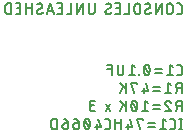
<source format=gbr>
G04 EAGLE Gerber RS-274X export*
G75*
%MOMM*%
%FSLAX34Y34*%
%LPD*%
%INSilkscreen Bottom*%
%IPPOS*%
%AMOC8*
5,1,8,0,0,1.08239X$1,22.5*%
G01*
%ADD10C,0.127000*%


D10*
X160414Y136885D02*
X162389Y136885D01*
X162475Y136887D01*
X162561Y136893D01*
X162647Y136902D01*
X162732Y136915D01*
X162817Y136932D01*
X162900Y136952D01*
X162983Y136976D01*
X163065Y137004D01*
X163145Y137035D01*
X163224Y137070D01*
X163301Y137108D01*
X163377Y137150D01*
X163451Y137194D01*
X163522Y137242D01*
X163592Y137293D01*
X163659Y137347D01*
X163724Y137404D01*
X163786Y137464D01*
X163846Y137526D01*
X163903Y137591D01*
X163957Y137658D01*
X164008Y137728D01*
X164056Y137799D01*
X164100Y137873D01*
X164142Y137949D01*
X164180Y138026D01*
X164215Y138105D01*
X164246Y138185D01*
X164274Y138267D01*
X164298Y138350D01*
X164318Y138433D01*
X164335Y138518D01*
X164348Y138603D01*
X164357Y138689D01*
X164363Y138775D01*
X164365Y138861D01*
X164365Y143799D01*
X164363Y143888D01*
X164357Y143976D01*
X164347Y144064D01*
X164333Y144152D01*
X164315Y144239D01*
X164294Y144325D01*
X164268Y144410D01*
X164239Y144493D01*
X164206Y144576D01*
X164169Y144656D01*
X164129Y144735D01*
X164085Y144812D01*
X164038Y144888D01*
X163988Y144960D01*
X163934Y145031D01*
X163877Y145099D01*
X163817Y145165D01*
X163755Y145227D01*
X163689Y145287D01*
X163621Y145344D01*
X163550Y145398D01*
X163478Y145448D01*
X163403Y145495D01*
X163325Y145539D01*
X163246Y145579D01*
X163166Y145616D01*
X163083Y145649D01*
X163000Y145678D01*
X162915Y145704D01*
X162829Y145725D01*
X162742Y145743D01*
X162654Y145757D01*
X162566Y145767D01*
X162478Y145773D01*
X162389Y145775D01*
X160414Y145775D01*
X156711Y143306D02*
X156711Y139354D01*
X156711Y143306D02*
X156709Y143404D01*
X156703Y143502D01*
X156693Y143600D01*
X156680Y143697D01*
X156662Y143794D01*
X156641Y143890D01*
X156616Y143984D01*
X156587Y144078D01*
X156555Y144171D01*
X156518Y144262D01*
X156479Y144352D01*
X156435Y144440D01*
X156388Y144526D01*
X156338Y144611D01*
X156285Y144693D01*
X156228Y144773D01*
X156168Y144851D01*
X156105Y144926D01*
X156039Y144999D01*
X155970Y145069D01*
X155899Y145136D01*
X155825Y145201D01*
X155748Y145262D01*
X155669Y145321D01*
X155588Y145376D01*
X155505Y145428D01*
X155419Y145476D01*
X155332Y145521D01*
X155243Y145563D01*
X155153Y145601D01*
X155061Y145635D01*
X154968Y145666D01*
X154873Y145693D01*
X154778Y145716D01*
X154681Y145736D01*
X154585Y145751D01*
X154487Y145763D01*
X154389Y145771D01*
X154291Y145775D01*
X154193Y145775D01*
X154095Y145771D01*
X153997Y145763D01*
X153899Y145751D01*
X153803Y145736D01*
X153706Y145716D01*
X153611Y145693D01*
X153516Y145666D01*
X153423Y145635D01*
X153331Y145601D01*
X153241Y145563D01*
X153152Y145521D01*
X153065Y145476D01*
X152979Y145428D01*
X152896Y145376D01*
X152815Y145321D01*
X152736Y145262D01*
X152659Y145201D01*
X152585Y145136D01*
X152514Y145069D01*
X152445Y144999D01*
X152379Y144926D01*
X152316Y144851D01*
X152256Y144773D01*
X152199Y144693D01*
X152146Y144611D01*
X152096Y144526D01*
X152049Y144440D01*
X152005Y144352D01*
X151966Y144262D01*
X151929Y144171D01*
X151897Y144078D01*
X151868Y143984D01*
X151843Y143890D01*
X151822Y143794D01*
X151804Y143697D01*
X151791Y143600D01*
X151781Y143502D01*
X151775Y143404D01*
X151773Y143306D01*
X151772Y143306D02*
X151772Y139354D01*
X151773Y139354D02*
X151775Y139256D01*
X151781Y139158D01*
X151791Y139060D01*
X151804Y138963D01*
X151822Y138866D01*
X151843Y138770D01*
X151868Y138676D01*
X151897Y138582D01*
X151929Y138489D01*
X151966Y138398D01*
X152005Y138308D01*
X152049Y138220D01*
X152096Y138134D01*
X152146Y138049D01*
X152199Y137967D01*
X152256Y137887D01*
X152316Y137809D01*
X152379Y137734D01*
X152445Y137661D01*
X152514Y137591D01*
X152585Y137524D01*
X152659Y137459D01*
X152736Y137398D01*
X152815Y137339D01*
X152896Y137284D01*
X152979Y137232D01*
X153065Y137184D01*
X153152Y137139D01*
X153241Y137097D01*
X153331Y137059D01*
X153423Y137025D01*
X153516Y136994D01*
X153611Y136967D01*
X153706Y136944D01*
X153803Y136924D01*
X153899Y136909D01*
X153997Y136897D01*
X154095Y136889D01*
X154193Y136885D01*
X154291Y136885D01*
X154389Y136889D01*
X154487Y136897D01*
X154585Y136909D01*
X154681Y136924D01*
X154778Y136944D01*
X154873Y136967D01*
X154968Y136994D01*
X155061Y137025D01*
X155153Y137059D01*
X155243Y137097D01*
X155332Y137139D01*
X155419Y137184D01*
X155505Y137232D01*
X155588Y137284D01*
X155669Y137339D01*
X155748Y137398D01*
X155825Y137459D01*
X155899Y137524D01*
X155970Y137591D01*
X156039Y137661D01*
X156105Y137734D01*
X156168Y137809D01*
X156228Y137887D01*
X156285Y137967D01*
X156338Y138049D01*
X156388Y138134D01*
X156435Y138220D01*
X156479Y138308D01*
X156518Y138398D01*
X156555Y138489D01*
X156587Y138582D01*
X156616Y138676D01*
X156641Y138770D01*
X156662Y138866D01*
X156680Y138963D01*
X156693Y139060D01*
X156703Y139158D01*
X156709Y139256D01*
X156711Y139354D01*
X147262Y136885D02*
X147262Y145775D01*
X142323Y136885D01*
X142323Y145775D01*
X135155Y136885D02*
X135069Y136887D01*
X134983Y136893D01*
X134897Y136902D01*
X134812Y136915D01*
X134727Y136932D01*
X134644Y136952D01*
X134561Y136976D01*
X134479Y137004D01*
X134399Y137035D01*
X134320Y137070D01*
X134243Y137108D01*
X134167Y137150D01*
X134093Y137194D01*
X134022Y137242D01*
X133952Y137293D01*
X133885Y137347D01*
X133820Y137404D01*
X133758Y137464D01*
X133698Y137526D01*
X133641Y137591D01*
X133587Y137658D01*
X133536Y137728D01*
X133488Y137799D01*
X133444Y137873D01*
X133402Y137949D01*
X133364Y138026D01*
X133329Y138105D01*
X133298Y138185D01*
X133270Y138267D01*
X133246Y138350D01*
X133226Y138433D01*
X133209Y138518D01*
X133196Y138603D01*
X133187Y138689D01*
X133181Y138775D01*
X133179Y138861D01*
X135155Y136885D02*
X135282Y136887D01*
X135408Y136893D01*
X135535Y136902D01*
X135661Y136916D01*
X135786Y136933D01*
X135911Y136954D01*
X136035Y136979D01*
X136159Y137008D01*
X136281Y137040D01*
X136403Y137076D01*
X136523Y137116D01*
X136642Y137159D01*
X136760Y137206D01*
X136876Y137257D01*
X136991Y137311D01*
X137104Y137368D01*
X137215Y137429D01*
X137324Y137493D01*
X137431Y137561D01*
X137537Y137631D01*
X137640Y137705D01*
X137740Y137782D01*
X137838Y137862D01*
X137934Y137945D01*
X138028Y138031D01*
X138118Y138120D01*
X137872Y143799D02*
X137870Y143885D01*
X137864Y143971D01*
X137855Y144057D01*
X137842Y144142D01*
X137825Y144227D01*
X137805Y144310D01*
X137781Y144393D01*
X137753Y144475D01*
X137722Y144555D01*
X137687Y144634D01*
X137649Y144711D01*
X137607Y144787D01*
X137563Y144861D01*
X137515Y144932D01*
X137464Y145002D01*
X137410Y145069D01*
X137353Y145134D01*
X137293Y145196D01*
X137231Y145256D01*
X137166Y145313D01*
X137099Y145367D01*
X137029Y145418D01*
X136958Y145466D01*
X136884Y145510D01*
X136808Y145552D01*
X136731Y145590D01*
X136652Y145625D01*
X136572Y145656D01*
X136490Y145684D01*
X136407Y145708D01*
X136324Y145728D01*
X136239Y145745D01*
X136154Y145758D01*
X136068Y145767D01*
X135982Y145773D01*
X135896Y145775D01*
X135777Y145773D01*
X135658Y145767D01*
X135539Y145758D01*
X135421Y145744D01*
X135303Y145727D01*
X135185Y145706D01*
X135069Y145681D01*
X134953Y145653D01*
X134838Y145621D01*
X134725Y145585D01*
X134612Y145545D01*
X134501Y145502D01*
X134391Y145456D01*
X134283Y145406D01*
X134177Y145352D01*
X134072Y145295D01*
X133970Y145235D01*
X133869Y145171D01*
X133770Y145104D01*
X133674Y145034D01*
X136883Y142071D02*
X136957Y142116D01*
X137029Y142165D01*
X137099Y142217D01*
X137166Y142272D01*
X137231Y142330D01*
X137293Y142390D01*
X137353Y142453D01*
X137409Y142519D01*
X137463Y142587D01*
X137514Y142657D01*
X137562Y142729D01*
X137607Y142804D01*
X137648Y142880D01*
X137686Y142958D01*
X137721Y143038D01*
X137752Y143119D01*
X137780Y143201D01*
X137804Y143284D01*
X137824Y143368D01*
X137841Y143454D01*
X137854Y143539D01*
X137863Y143626D01*
X137869Y143712D01*
X137871Y143799D01*
X134168Y140589D02*
X134094Y140544D01*
X134022Y140495D01*
X133952Y140443D01*
X133885Y140388D01*
X133820Y140330D01*
X133758Y140270D01*
X133699Y140207D01*
X133642Y140141D01*
X133588Y140073D01*
X133537Y140003D01*
X133489Y139931D01*
X133444Y139856D01*
X133403Y139780D01*
X133365Y139702D01*
X133330Y139622D01*
X133299Y139541D01*
X133271Y139459D01*
X133247Y139376D01*
X133227Y139292D01*
X133210Y139206D01*
X133197Y139121D01*
X133188Y139034D01*
X133182Y138948D01*
X133180Y138861D01*
X134167Y140589D02*
X136884Y142071D01*
X129279Y143306D02*
X129279Y139354D01*
X129279Y143306D02*
X129277Y143404D01*
X129271Y143502D01*
X129261Y143600D01*
X129248Y143697D01*
X129230Y143794D01*
X129209Y143890D01*
X129184Y143984D01*
X129155Y144078D01*
X129123Y144171D01*
X129086Y144262D01*
X129047Y144352D01*
X129003Y144440D01*
X128956Y144526D01*
X128906Y144611D01*
X128853Y144693D01*
X128796Y144773D01*
X128736Y144851D01*
X128673Y144926D01*
X128607Y144999D01*
X128538Y145069D01*
X128467Y145136D01*
X128393Y145201D01*
X128316Y145262D01*
X128237Y145321D01*
X128156Y145376D01*
X128073Y145428D01*
X127987Y145476D01*
X127900Y145521D01*
X127811Y145563D01*
X127721Y145601D01*
X127629Y145635D01*
X127536Y145666D01*
X127441Y145693D01*
X127346Y145716D01*
X127249Y145736D01*
X127153Y145751D01*
X127055Y145763D01*
X126957Y145771D01*
X126859Y145775D01*
X126761Y145775D01*
X126663Y145771D01*
X126565Y145763D01*
X126467Y145751D01*
X126371Y145736D01*
X126274Y145716D01*
X126179Y145693D01*
X126084Y145666D01*
X125991Y145635D01*
X125899Y145601D01*
X125809Y145563D01*
X125720Y145521D01*
X125633Y145476D01*
X125547Y145428D01*
X125464Y145376D01*
X125383Y145321D01*
X125304Y145262D01*
X125227Y145201D01*
X125153Y145136D01*
X125082Y145069D01*
X125013Y144999D01*
X124947Y144926D01*
X124884Y144851D01*
X124824Y144773D01*
X124767Y144693D01*
X124714Y144611D01*
X124664Y144526D01*
X124617Y144440D01*
X124573Y144352D01*
X124534Y144262D01*
X124497Y144171D01*
X124465Y144078D01*
X124436Y143984D01*
X124411Y143890D01*
X124390Y143794D01*
X124372Y143697D01*
X124359Y143600D01*
X124349Y143502D01*
X124343Y143404D01*
X124341Y143306D01*
X124340Y143306D02*
X124340Y139354D01*
X124341Y139354D02*
X124343Y139256D01*
X124349Y139158D01*
X124359Y139060D01*
X124372Y138963D01*
X124390Y138866D01*
X124411Y138770D01*
X124436Y138676D01*
X124465Y138582D01*
X124497Y138489D01*
X124534Y138398D01*
X124573Y138308D01*
X124617Y138220D01*
X124664Y138134D01*
X124714Y138049D01*
X124767Y137967D01*
X124824Y137887D01*
X124884Y137809D01*
X124947Y137734D01*
X125013Y137661D01*
X125082Y137591D01*
X125153Y137524D01*
X125227Y137459D01*
X125304Y137398D01*
X125383Y137339D01*
X125464Y137284D01*
X125547Y137232D01*
X125633Y137184D01*
X125720Y137139D01*
X125809Y137097D01*
X125899Y137059D01*
X125991Y137025D01*
X126084Y136994D01*
X126179Y136967D01*
X126274Y136944D01*
X126371Y136924D01*
X126467Y136909D01*
X126565Y136897D01*
X126663Y136889D01*
X126761Y136885D01*
X126859Y136885D01*
X126957Y136889D01*
X127055Y136897D01*
X127153Y136909D01*
X127249Y136924D01*
X127346Y136944D01*
X127441Y136967D01*
X127536Y136994D01*
X127629Y137025D01*
X127721Y137059D01*
X127811Y137097D01*
X127900Y137139D01*
X127987Y137184D01*
X128073Y137232D01*
X128156Y137284D01*
X128237Y137339D01*
X128316Y137398D01*
X128393Y137459D01*
X128467Y137524D01*
X128538Y137591D01*
X128607Y137661D01*
X128673Y137734D01*
X128736Y137809D01*
X128796Y137887D01*
X128853Y137967D01*
X128906Y138049D01*
X128956Y138134D01*
X129003Y138220D01*
X129047Y138308D01*
X129086Y138398D01*
X129123Y138489D01*
X129155Y138582D01*
X129184Y138676D01*
X129209Y138770D01*
X129230Y138866D01*
X129248Y138963D01*
X129261Y139060D01*
X129271Y139158D01*
X129277Y139256D01*
X129279Y139354D01*
X119807Y136885D02*
X119807Y145775D01*
X119807Y136885D02*
X115856Y136885D01*
X111882Y136885D02*
X107931Y136885D01*
X111882Y136885D02*
X111882Y145775D01*
X107931Y145775D01*
X108919Y141824D02*
X111882Y141824D01*
X101627Y136885D02*
X101541Y136887D01*
X101455Y136893D01*
X101369Y136902D01*
X101284Y136915D01*
X101199Y136932D01*
X101116Y136952D01*
X101033Y136976D01*
X100951Y137004D01*
X100871Y137035D01*
X100792Y137070D01*
X100715Y137108D01*
X100639Y137150D01*
X100565Y137194D01*
X100494Y137242D01*
X100424Y137293D01*
X100357Y137347D01*
X100292Y137404D01*
X100230Y137464D01*
X100170Y137526D01*
X100113Y137591D01*
X100059Y137658D01*
X100008Y137728D01*
X99960Y137799D01*
X99916Y137873D01*
X99874Y137949D01*
X99836Y138026D01*
X99801Y138105D01*
X99770Y138185D01*
X99742Y138267D01*
X99718Y138350D01*
X99698Y138433D01*
X99681Y138518D01*
X99668Y138603D01*
X99659Y138689D01*
X99653Y138775D01*
X99651Y138861D01*
X101627Y136885D02*
X101754Y136887D01*
X101880Y136893D01*
X102007Y136902D01*
X102133Y136916D01*
X102258Y136933D01*
X102383Y136954D01*
X102507Y136979D01*
X102631Y137008D01*
X102753Y137040D01*
X102875Y137076D01*
X102995Y137116D01*
X103114Y137159D01*
X103232Y137206D01*
X103348Y137257D01*
X103463Y137311D01*
X103576Y137368D01*
X103687Y137429D01*
X103796Y137493D01*
X103903Y137561D01*
X104009Y137631D01*
X104112Y137705D01*
X104212Y137782D01*
X104310Y137862D01*
X104406Y137945D01*
X104500Y138031D01*
X104590Y138120D01*
X104344Y143799D02*
X104342Y143885D01*
X104336Y143971D01*
X104327Y144057D01*
X104314Y144142D01*
X104297Y144227D01*
X104277Y144310D01*
X104253Y144393D01*
X104225Y144475D01*
X104194Y144555D01*
X104159Y144634D01*
X104121Y144711D01*
X104079Y144787D01*
X104035Y144861D01*
X103987Y144932D01*
X103936Y145002D01*
X103882Y145069D01*
X103825Y145134D01*
X103765Y145196D01*
X103703Y145256D01*
X103638Y145313D01*
X103571Y145367D01*
X103501Y145418D01*
X103430Y145466D01*
X103356Y145510D01*
X103280Y145552D01*
X103203Y145590D01*
X103124Y145625D01*
X103044Y145656D01*
X102962Y145684D01*
X102879Y145708D01*
X102796Y145728D01*
X102711Y145745D01*
X102626Y145758D01*
X102540Y145767D01*
X102454Y145773D01*
X102368Y145775D01*
X102249Y145773D01*
X102130Y145767D01*
X102011Y145758D01*
X101893Y145744D01*
X101775Y145727D01*
X101657Y145706D01*
X101541Y145681D01*
X101425Y145653D01*
X101310Y145621D01*
X101197Y145585D01*
X101084Y145545D01*
X100973Y145502D01*
X100863Y145456D01*
X100755Y145406D01*
X100649Y145352D01*
X100544Y145295D01*
X100442Y145235D01*
X100341Y145171D01*
X100242Y145104D01*
X100146Y145034D01*
X103355Y142071D02*
X103429Y142116D01*
X103501Y142165D01*
X103571Y142217D01*
X103638Y142272D01*
X103703Y142330D01*
X103765Y142390D01*
X103825Y142453D01*
X103881Y142519D01*
X103935Y142587D01*
X103986Y142657D01*
X104034Y142729D01*
X104079Y142804D01*
X104120Y142880D01*
X104158Y142958D01*
X104193Y143038D01*
X104224Y143119D01*
X104252Y143201D01*
X104276Y143284D01*
X104296Y143368D01*
X104313Y143454D01*
X104326Y143539D01*
X104335Y143626D01*
X104341Y143712D01*
X104343Y143799D01*
X100640Y140589D02*
X100566Y140544D01*
X100494Y140495D01*
X100424Y140443D01*
X100357Y140388D01*
X100292Y140330D01*
X100230Y140270D01*
X100171Y140207D01*
X100114Y140141D01*
X100060Y140073D01*
X100009Y140003D01*
X99961Y139931D01*
X99916Y139856D01*
X99875Y139780D01*
X99837Y139702D01*
X99802Y139622D01*
X99771Y139541D01*
X99743Y139459D01*
X99719Y139376D01*
X99699Y139292D01*
X99682Y139206D01*
X99669Y139121D01*
X99660Y139034D01*
X99654Y138948D01*
X99652Y138861D01*
X100639Y140589D02*
X103356Y142071D01*
X90570Y139354D02*
X90570Y145775D01*
X90569Y139354D02*
X90567Y139256D01*
X90561Y139158D01*
X90551Y139060D01*
X90538Y138963D01*
X90520Y138866D01*
X90499Y138770D01*
X90474Y138676D01*
X90445Y138582D01*
X90413Y138489D01*
X90376Y138398D01*
X90337Y138308D01*
X90293Y138220D01*
X90246Y138134D01*
X90196Y138049D01*
X90143Y137967D01*
X90086Y137887D01*
X90026Y137809D01*
X89963Y137734D01*
X89897Y137661D01*
X89828Y137591D01*
X89757Y137524D01*
X89683Y137459D01*
X89606Y137398D01*
X89527Y137339D01*
X89446Y137284D01*
X89363Y137232D01*
X89277Y137184D01*
X89190Y137139D01*
X89101Y137097D01*
X89011Y137059D01*
X88919Y137025D01*
X88826Y136994D01*
X88731Y136967D01*
X88636Y136944D01*
X88539Y136924D01*
X88443Y136909D01*
X88345Y136897D01*
X88247Y136889D01*
X88149Y136885D01*
X88051Y136885D01*
X87953Y136889D01*
X87855Y136897D01*
X87757Y136909D01*
X87661Y136924D01*
X87564Y136944D01*
X87469Y136967D01*
X87374Y136994D01*
X87281Y137025D01*
X87189Y137059D01*
X87099Y137097D01*
X87010Y137139D01*
X86923Y137184D01*
X86837Y137232D01*
X86754Y137284D01*
X86673Y137339D01*
X86594Y137398D01*
X86517Y137459D01*
X86443Y137524D01*
X86372Y137591D01*
X86303Y137661D01*
X86237Y137734D01*
X86174Y137809D01*
X86114Y137887D01*
X86057Y137967D01*
X86004Y138049D01*
X85954Y138134D01*
X85907Y138220D01*
X85863Y138308D01*
X85824Y138398D01*
X85787Y138489D01*
X85755Y138582D01*
X85726Y138676D01*
X85701Y138770D01*
X85680Y138866D01*
X85662Y138963D01*
X85649Y139060D01*
X85639Y139158D01*
X85633Y139256D01*
X85631Y139354D01*
X85631Y145775D01*
X80816Y145775D02*
X80816Y136885D01*
X75877Y136885D02*
X80816Y145775D01*
X75877Y145775D02*
X75877Y136885D01*
X71039Y136885D02*
X71039Y145775D01*
X71039Y136885D02*
X67088Y136885D01*
X63115Y136885D02*
X59164Y136885D01*
X63115Y136885D02*
X63115Y145775D01*
X59164Y145775D01*
X60151Y141824D02*
X63115Y141824D01*
X56012Y136885D02*
X53048Y145775D01*
X50085Y136885D01*
X50826Y139108D02*
X55271Y139108D01*
X43715Y136885D02*
X43629Y136887D01*
X43543Y136893D01*
X43457Y136902D01*
X43372Y136915D01*
X43287Y136932D01*
X43204Y136952D01*
X43121Y136976D01*
X43039Y137004D01*
X42959Y137035D01*
X42880Y137070D01*
X42803Y137108D01*
X42727Y137150D01*
X42653Y137194D01*
X42582Y137242D01*
X42512Y137293D01*
X42445Y137347D01*
X42380Y137404D01*
X42318Y137464D01*
X42258Y137526D01*
X42201Y137591D01*
X42147Y137658D01*
X42096Y137728D01*
X42048Y137799D01*
X42004Y137873D01*
X41962Y137949D01*
X41924Y138026D01*
X41889Y138105D01*
X41858Y138185D01*
X41830Y138267D01*
X41806Y138350D01*
X41786Y138433D01*
X41769Y138518D01*
X41756Y138603D01*
X41747Y138689D01*
X41741Y138775D01*
X41739Y138861D01*
X43715Y136885D02*
X43842Y136887D01*
X43968Y136893D01*
X44095Y136902D01*
X44221Y136916D01*
X44346Y136933D01*
X44471Y136954D01*
X44595Y136979D01*
X44719Y137008D01*
X44841Y137040D01*
X44963Y137076D01*
X45083Y137116D01*
X45202Y137159D01*
X45320Y137206D01*
X45436Y137257D01*
X45551Y137311D01*
X45664Y137368D01*
X45775Y137429D01*
X45884Y137493D01*
X45991Y137561D01*
X46097Y137631D01*
X46200Y137705D01*
X46300Y137782D01*
X46398Y137862D01*
X46494Y137945D01*
X46588Y138031D01*
X46678Y138120D01*
X46432Y143799D02*
X46430Y143885D01*
X46424Y143971D01*
X46415Y144057D01*
X46402Y144142D01*
X46385Y144227D01*
X46365Y144310D01*
X46341Y144393D01*
X46313Y144475D01*
X46282Y144555D01*
X46247Y144634D01*
X46209Y144711D01*
X46167Y144787D01*
X46123Y144861D01*
X46075Y144932D01*
X46024Y145002D01*
X45970Y145069D01*
X45913Y145134D01*
X45853Y145196D01*
X45791Y145256D01*
X45726Y145313D01*
X45659Y145367D01*
X45589Y145418D01*
X45518Y145466D01*
X45444Y145510D01*
X45368Y145552D01*
X45291Y145590D01*
X45212Y145625D01*
X45132Y145656D01*
X45050Y145684D01*
X44967Y145708D01*
X44884Y145728D01*
X44799Y145745D01*
X44714Y145758D01*
X44628Y145767D01*
X44542Y145773D01*
X44456Y145775D01*
X44337Y145773D01*
X44218Y145767D01*
X44099Y145758D01*
X43981Y145744D01*
X43863Y145727D01*
X43745Y145706D01*
X43629Y145681D01*
X43513Y145653D01*
X43398Y145621D01*
X43285Y145585D01*
X43172Y145545D01*
X43061Y145502D01*
X42951Y145456D01*
X42843Y145406D01*
X42737Y145352D01*
X42632Y145295D01*
X42530Y145235D01*
X42429Y145171D01*
X42330Y145104D01*
X42234Y145034D01*
X45443Y142071D02*
X45517Y142116D01*
X45589Y142165D01*
X45659Y142217D01*
X45726Y142272D01*
X45791Y142330D01*
X45853Y142390D01*
X45913Y142453D01*
X45969Y142519D01*
X46023Y142587D01*
X46074Y142657D01*
X46122Y142729D01*
X46167Y142804D01*
X46208Y142880D01*
X46246Y142958D01*
X46281Y143038D01*
X46312Y143119D01*
X46340Y143201D01*
X46364Y143284D01*
X46384Y143368D01*
X46401Y143454D01*
X46414Y143539D01*
X46423Y143626D01*
X46429Y143712D01*
X46431Y143799D01*
X42728Y140589D02*
X42654Y140544D01*
X42582Y140495D01*
X42512Y140443D01*
X42445Y140388D01*
X42380Y140330D01*
X42318Y140270D01*
X42259Y140207D01*
X42202Y140141D01*
X42148Y140073D01*
X42097Y140003D01*
X42049Y139931D01*
X42004Y139856D01*
X41963Y139780D01*
X41925Y139702D01*
X41890Y139622D01*
X41859Y139541D01*
X41831Y139459D01*
X41807Y139376D01*
X41787Y139292D01*
X41770Y139206D01*
X41757Y139121D01*
X41748Y139034D01*
X41742Y138948D01*
X41740Y138861D01*
X42728Y140589D02*
X45444Y142071D01*
X37535Y145775D02*
X37535Y136885D01*
X37535Y141824D02*
X32596Y141824D01*
X32596Y145775D02*
X32596Y136885D01*
X27758Y136885D02*
X23807Y136885D01*
X27758Y136885D02*
X27758Y145775D01*
X23807Y145775D01*
X24795Y141824D02*
X27758Y141824D01*
X19856Y145775D02*
X19856Y136885D01*
X19856Y145775D02*
X17387Y145775D01*
X17290Y145773D01*
X17193Y145767D01*
X17097Y145758D01*
X17001Y145745D01*
X16905Y145728D01*
X16811Y145707D01*
X16717Y145682D01*
X16624Y145654D01*
X16532Y145622D01*
X16442Y145587D01*
X16353Y145548D01*
X16266Y145506D01*
X16181Y145460D01*
X16097Y145411D01*
X16015Y145359D01*
X15936Y145303D01*
X15858Y145245D01*
X15784Y145183D01*
X15711Y145119D01*
X15641Y145052D01*
X15574Y144982D01*
X15510Y144909D01*
X15448Y144835D01*
X15390Y144757D01*
X15334Y144678D01*
X15282Y144596D01*
X15233Y144512D01*
X15187Y144427D01*
X15145Y144340D01*
X15106Y144251D01*
X15071Y144161D01*
X15039Y144069D01*
X15011Y143976D01*
X14986Y143882D01*
X14965Y143788D01*
X14948Y143692D01*
X14935Y143596D01*
X14926Y143500D01*
X14920Y143403D01*
X14918Y143306D01*
X14917Y143306D02*
X14917Y139354D01*
X14918Y139354D02*
X14920Y139257D01*
X14926Y139160D01*
X14935Y139064D01*
X14948Y138968D01*
X14965Y138872D01*
X14986Y138778D01*
X15011Y138684D01*
X15039Y138591D01*
X15071Y138499D01*
X15106Y138409D01*
X15145Y138320D01*
X15187Y138233D01*
X15233Y138148D01*
X15282Y138064D01*
X15334Y137982D01*
X15390Y137903D01*
X15448Y137825D01*
X15510Y137751D01*
X15574Y137678D01*
X15641Y137608D01*
X15711Y137541D01*
X15784Y137477D01*
X15858Y137415D01*
X15936Y137357D01*
X16015Y137301D01*
X16097Y137249D01*
X16181Y137200D01*
X16266Y137154D01*
X16353Y137112D01*
X16442Y137073D01*
X16532Y137038D01*
X16624Y137006D01*
X16717Y136978D01*
X16811Y136953D01*
X16905Y136932D01*
X17001Y136915D01*
X17097Y136902D01*
X17193Y136893D01*
X17290Y136887D01*
X17387Y136885D01*
X19856Y136885D01*
X160414Y85105D02*
X162389Y85105D01*
X162475Y85107D01*
X162561Y85113D01*
X162647Y85122D01*
X162732Y85135D01*
X162817Y85152D01*
X162900Y85172D01*
X162983Y85196D01*
X163065Y85224D01*
X163145Y85255D01*
X163224Y85290D01*
X163301Y85328D01*
X163377Y85370D01*
X163451Y85414D01*
X163522Y85462D01*
X163592Y85513D01*
X163659Y85567D01*
X163724Y85624D01*
X163786Y85684D01*
X163846Y85746D01*
X163903Y85811D01*
X163957Y85878D01*
X164008Y85948D01*
X164056Y86019D01*
X164100Y86093D01*
X164142Y86169D01*
X164180Y86246D01*
X164215Y86325D01*
X164246Y86405D01*
X164274Y86487D01*
X164298Y86570D01*
X164318Y86653D01*
X164335Y86738D01*
X164348Y86823D01*
X164357Y86909D01*
X164363Y86995D01*
X164365Y87081D01*
X164365Y92019D01*
X164363Y92108D01*
X164357Y92196D01*
X164347Y92284D01*
X164333Y92372D01*
X164315Y92459D01*
X164294Y92545D01*
X164268Y92630D01*
X164239Y92713D01*
X164206Y92796D01*
X164169Y92876D01*
X164129Y92955D01*
X164085Y93032D01*
X164038Y93108D01*
X163988Y93180D01*
X163934Y93251D01*
X163877Y93319D01*
X163817Y93385D01*
X163755Y93447D01*
X163689Y93507D01*
X163621Y93564D01*
X163550Y93618D01*
X163478Y93668D01*
X163403Y93715D01*
X163325Y93759D01*
X163246Y93799D01*
X163166Y93836D01*
X163083Y93869D01*
X163000Y93898D01*
X162915Y93924D01*
X162829Y93945D01*
X162742Y93963D01*
X162654Y93977D01*
X162566Y93987D01*
X162478Y93993D01*
X162389Y93995D01*
X160414Y93995D01*
X156711Y92019D02*
X154242Y93995D01*
X154242Y85105D01*
X156711Y85105D02*
X151772Y85105D01*
X147451Y87081D02*
X141525Y87081D01*
X141525Y90044D02*
X147451Y90044D01*
X137204Y89550D02*
X137202Y89725D01*
X137196Y89900D01*
X137185Y90074D01*
X137171Y90249D01*
X137152Y90422D01*
X137129Y90596D01*
X137102Y90769D01*
X137071Y90941D01*
X137036Y91112D01*
X136996Y91282D01*
X136953Y91452D01*
X136905Y91620D01*
X136854Y91787D01*
X136799Y91953D01*
X136739Y92118D01*
X136676Y92281D01*
X136609Y92442D01*
X136538Y92602D01*
X136463Y92760D01*
X136462Y92761D02*
X136433Y92839D01*
X136401Y92917D01*
X136364Y92992D01*
X136325Y93066D01*
X136282Y93138D01*
X136236Y93209D01*
X136186Y93276D01*
X136134Y93342D01*
X136079Y93405D01*
X136020Y93465D01*
X135959Y93523D01*
X135896Y93578D01*
X135830Y93630D01*
X135761Y93679D01*
X135691Y93724D01*
X135619Y93767D01*
X135544Y93806D01*
X135468Y93841D01*
X135391Y93873D01*
X135312Y93901D01*
X135231Y93926D01*
X135150Y93947D01*
X135068Y93964D01*
X134985Y93978D01*
X134902Y93987D01*
X134818Y93993D01*
X134734Y93995D01*
X134650Y93993D01*
X134566Y93987D01*
X134483Y93978D01*
X134400Y93964D01*
X134318Y93947D01*
X134237Y93926D01*
X134156Y93901D01*
X134077Y93873D01*
X134000Y93841D01*
X133924Y93806D01*
X133849Y93767D01*
X133777Y93724D01*
X133706Y93679D01*
X133638Y93630D01*
X133572Y93578D01*
X133509Y93523D01*
X133448Y93465D01*
X133389Y93405D01*
X133334Y93342D01*
X133282Y93276D01*
X133232Y93209D01*
X133186Y93138D01*
X133143Y93066D01*
X133104Y92992D01*
X133067Y92917D01*
X133035Y92839D01*
X133006Y92761D01*
X133006Y92760D02*
X132931Y92602D01*
X132860Y92442D01*
X132793Y92281D01*
X132730Y92118D01*
X132670Y91953D01*
X132615Y91787D01*
X132564Y91620D01*
X132516Y91452D01*
X132473Y91282D01*
X132433Y91112D01*
X132398Y90941D01*
X132367Y90769D01*
X132340Y90596D01*
X132317Y90422D01*
X132298Y90249D01*
X132284Y90074D01*
X132273Y89900D01*
X132267Y89725D01*
X132265Y89550D01*
X137204Y89550D02*
X137202Y89375D01*
X137196Y89200D01*
X137185Y89026D01*
X137171Y88851D01*
X137152Y88678D01*
X137129Y88504D01*
X137102Y88331D01*
X137071Y88159D01*
X137036Y87988D01*
X136996Y87818D01*
X136953Y87648D01*
X136905Y87480D01*
X136854Y87313D01*
X136799Y87147D01*
X136739Y86982D01*
X136676Y86819D01*
X136609Y86658D01*
X136538Y86498D01*
X136463Y86340D01*
X136462Y86339D02*
X136433Y86261D01*
X136401Y86183D01*
X136364Y86108D01*
X136325Y86034D01*
X136282Y85961D01*
X136236Y85891D01*
X136186Y85824D01*
X136134Y85758D01*
X136078Y85695D01*
X136020Y85635D01*
X135959Y85577D01*
X135896Y85522D01*
X135830Y85470D01*
X135761Y85421D01*
X135691Y85376D01*
X135619Y85333D01*
X135544Y85294D01*
X135468Y85259D01*
X135391Y85227D01*
X135312Y85199D01*
X135231Y85174D01*
X135150Y85153D01*
X135068Y85136D01*
X134985Y85122D01*
X134902Y85113D01*
X134818Y85107D01*
X134734Y85105D01*
X133006Y86340D02*
X132931Y86498D01*
X132860Y86658D01*
X132793Y86819D01*
X132730Y86982D01*
X132670Y87147D01*
X132615Y87313D01*
X132564Y87480D01*
X132516Y87648D01*
X132473Y87818D01*
X132433Y87988D01*
X132398Y88159D01*
X132367Y88331D01*
X132340Y88504D01*
X132317Y88678D01*
X132298Y88851D01*
X132284Y89026D01*
X132273Y89200D01*
X132267Y89375D01*
X132265Y89550D01*
X133006Y86339D02*
X133035Y86261D01*
X133067Y86183D01*
X133104Y86108D01*
X133143Y86034D01*
X133186Y85961D01*
X133232Y85891D01*
X133282Y85824D01*
X133334Y85758D01*
X133390Y85695D01*
X133448Y85635D01*
X133509Y85577D01*
X133572Y85522D01*
X133638Y85470D01*
X133707Y85421D01*
X133777Y85376D01*
X133849Y85333D01*
X133924Y85294D01*
X134000Y85259D01*
X134077Y85227D01*
X134156Y85199D01*
X134237Y85174D01*
X134318Y85153D01*
X134400Y85136D01*
X134483Y85122D01*
X134566Y85113D01*
X134650Y85107D01*
X134734Y85105D01*
X136710Y87081D02*
X132759Y92019D01*
X128581Y85599D02*
X128581Y85105D01*
X128581Y85599D02*
X128087Y85599D01*
X128087Y85105D01*
X128581Y85105D01*
X124402Y92019D02*
X121933Y93995D01*
X121933Y85105D01*
X124402Y85105D02*
X119463Y85105D01*
X114954Y87574D02*
X114954Y93995D01*
X114953Y87574D02*
X114951Y87476D01*
X114945Y87378D01*
X114935Y87280D01*
X114922Y87183D01*
X114904Y87086D01*
X114883Y86990D01*
X114858Y86896D01*
X114829Y86802D01*
X114797Y86709D01*
X114760Y86618D01*
X114721Y86528D01*
X114677Y86440D01*
X114630Y86354D01*
X114580Y86269D01*
X114527Y86187D01*
X114470Y86107D01*
X114410Y86029D01*
X114347Y85954D01*
X114281Y85881D01*
X114212Y85811D01*
X114141Y85744D01*
X114067Y85679D01*
X113990Y85618D01*
X113911Y85559D01*
X113830Y85504D01*
X113747Y85452D01*
X113661Y85404D01*
X113574Y85359D01*
X113485Y85317D01*
X113395Y85279D01*
X113303Y85245D01*
X113210Y85214D01*
X113115Y85187D01*
X113020Y85164D01*
X112923Y85144D01*
X112827Y85129D01*
X112729Y85117D01*
X112631Y85109D01*
X112533Y85105D01*
X112435Y85105D01*
X112337Y85109D01*
X112239Y85117D01*
X112141Y85129D01*
X112045Y85144D01*
X111948Y85164D01*
X111853Y85187D01*
X111758Y85214D01*
X111665Y85245D01*
X111573Y85279D01*
X111483Y85317D01*
X111394Y85359D01*
X111307Y85404D01*
X111221Y85452D01*
X111138Y85504D01*
X111057Y85559D01*
X110978Y85618D01*
X110901Y85679D01*
X110827Y85744D01*
X110756Y85811D01*
X110687Y85881D01*
X110621Y85954D01*
X110558Y86029D01*
X110498Y86107D01*
X110441Y86187D01*
X110388Y86269D01*
X110338Y86354D01*
X110291Y86440D01*
X110247Y86528D01*
X110208Y86618D01*
X110171Y86709D01*
X110139Y86802D01*
X110110Y86896D01*
X110085Y86990D01*
X110064Y87086D01*
X110046Y87183D01*
X110033Y87280D01*
X110023Y87378D01*
X110017Y87476D01*
X110015Y87574D01*
X110015Y93995D01*
X105177Y93995D02*
X105177Y85105D01*
X105177Y93995D02*
X101226Y93995D01*
X101226Y90044D02*
X105177Y90044D01*
X164365Y78755D02*
X164365Y69865D01*
X164365Y78755D02*
X161896Y78755D01*
X161798Y78753D01*
X161700Y78747D01*
X161602Y78737D01*
X161505Y78724D01*
X161408Y78706D01*
X161312Y78685D01*
X161218Y78660D01*
X161124Y78631D01*
X161031Y78599D01*
X160940Y78562D01*
X160850Y78523D01*
X160762Y78479D01*
X160676Y78432D01*
X160591Y78382D01*
X160509Y78329D01*
X160429Y78272D01*
X160351Y78212D01*
X160276Y78149D01*
X160203Y78083D01*
X160133Y78014D01*
X160066Y77943D01*
X160001Y77869D01*
X159940Y77792D01*
X159881Y77713D01*
X159826Y77632D01*
X159774Y77549D01*
X159726Y77463D01*
X159681Y77376D01*
X159639Y77287D01*
X159601Y77197D01*
X159567Y77105D01*
X159536Y77012D01*
X159509Y76917D01*
X159486Y76822D01*
X159466Y76725D01*
X159451Y76629D01*
X159439Y76531D01*
X159431Y76433D01*
X159427Y76335D01*
X159427Y76237D01*
X159431Y76139D01*
X159439Y76041D01*
X159451Y75943D01*
X159466Y75847D01*
X159486Y75750D01*
X159509Y75655D01*
X159536Y75560D01*
X159567Y75467D01*
X159601Y75375D01*
X159639Y75285D01*
X159681Y75196D01*
X159726Y75109D01*
X159774Y75023D01*
X159826Y74940D01*
X159881Y74859D01*
X159940Y74780D01*
X160001Y74703D01*
X160066Y74629D01*
X160133Y74558D01*
X160203Y74489D01*
X160276Y74423D01*
X160351Y74360D01*
X160429Y74300D01*
X160509Y74243D01*
X160591Y74190D01*
X160676Y74140D01*
X160762Y74093D01*
X160850Y74049D01*
X160940Y74010D01*
X161031Y73973D01*
X161124Y73941D01*
X161218Y73912D01*
X161312Y73887D01*
X161408Y73866D01*
X161505Y73848D01*
X161602Y73835D01*
X161700Y73825D01*
X161798Y73819D01*
X161896Y73817D01*
X161896Y73816D02*
X164365Y73816D01*
X161402Y73816D02*
X159426Y69865D01*
X155296Y76779D02*
X152827Y78755D01*
X152827Y69865D01*
X155296Y69865D02*
X150358Y69865D01*
X146037Y71841D02*
X140110Y71841D01*
X140110Y74804D02*
X146037Y74804D01*
X135789Y71841D02*
X133814Y78755D01*
X135789Y71841D02*
X130850Y71841D01*
X132332Y73816D02*
X132332Y69865D01*
X126645Y77767D02*
X126645Y78755D01*
X121706Y78755D01*
X124176Y69865D01*
X117023Y69865D02*
X117023Y78755D01*
X112084Y78755D02*
X117023Y73322D01*
X115047Y75298D02*
X112084Y69865D01*
X164365Y63515D02*
X164365Y54625D01*
X164365Y63515D02*
X161896Y63515D01*
X161798Y63513D01*
X161700Y63507D01*
X161602Y63497D01*
X161505Y63484D01*
X161408Y63466D01*
X161312Y63445D01*
X161218Y63420D01*
X161124Y63391D01*
X161031Y63359D01*
X160940Y63322D01*
X160850Y63283D01*
X160762Y63239D01*
X160676Y63192D01*
X160591Y63142D01*
X160509Y63089D01*
X160429Y63032D01*
X160351Y62972D01*
X160276Y62909D01*
X160203Y62843D01*
X160133Y62774D01*
X160066Y62703D01*
X160001Y62629D01*
X159940Y62552D01*
X159881Y62473D01*
X159826Y62392D01*
X159774Y62309D01*
X159726Y62223D01*
X159681Y62136D01*
X159639Y62047D01*
X159601Y61957D01*
X159567Y61865D01*
X159536Y61772D01*
X159509Y61677D01*
X159486Y61582D01*
X159466Y61485D01*
X159451Y61389D01*
X159439Y61291D01*
X159431Y61193D01*
X159427Y61095D01*
X159427Y60997D01*
X159431Y60899D01*
X159439Y60801D01*
X159451Y60703D01*
X159466Y60607D01*
X159486Y60510D01*
X159509Y60415D01*
X159536Y60320D01*
X159567Y60227D01*
X159601Y60135D01*
X159639Y60045D01*
X159681Y59956D01*
X159726Y59869D01*
X159774Y59783D01*
X159826Y59700D01*
X159881Y59619D01*
X159940Y59540D01*
X160001Y59463D01*
X160066Y59389D01*
X160133Y59318D01*
X160203Y59249D01*
X160276Y59183D01*
X160351Y59120D01*
X160429Y59060D01*
X160509Y59003D01*
X160591Y58950D01*
X160676Y58900D01*
X160762Y58853D01*
X160850Y58809D01*
X160940Y58770D01*
X161031Y58733D01*
X161124Y58701D01*
X161218Y58672D01*
X161312Y58647D01*
X161408Y58626D01*
X161505Y58608D01*
X161602Y58595D01*
X161700Y58585D01*
X161798Y58579D01*
X161896Y58577D01*
X161896Y58576D02*
X164365Y58576D01*
X161402Y58576D02*
X159426Y54625D01*
X152580Y63516D02*
X152488Y63514D01*
X152396Y63508D01*
X152305Y63499D01*
X152214Y63486D01*
X152124Y63469D01*
X152034Y63448D01*
X151946Y63424D01*
X151858Y63396D01*
X151772Y63364D01*
X151687Y63329D01*
X151604Y63290D01*
X151522Y63248D01*
X151442Y63203D01*
X151364Y63154D01*
X151288Y63102D01*
X151215Y63047D01*
X151143Y62989D01*
X151074Y62929D01*
X151008Y62865D01*
X150944Y62799D01*
X150884Y62730D01*
X150826Y62658D01*
X150771Y62585D01*
X150719Y62509D01*
X150670Y62431D01*
X150625Y62351D01*
X150583Y62269D01*
X150544Y62186D01*
X150509Y62101D01*
X150477Y62015D01*
X150449Y61927D01*
X150425Y61839D01*
X150404Y61749D01*
X150387Y61659D01*
X150374Y61568D01*
X150365Y61477D01*
X150359Y61385D01*
X150357Y61293D01*
X152580Y63515D02*
X152686Y63513D01*
X152791Y63507D01*
X152896Y63497D01*
X153001Y63484D01*
X153105Y63466D01*
X153208Y63445D01*
X153311Y63420D01*
X153413Y63391D01*
X153513Y63358D01*
X153612Y63322D01*
X153710Y63282D01*
X153806Y63238D01*
X153901Y63191D01*
X153993Y63141D01*
X154084Y63087D01*
X154173Y63029D01*
X154259Y62969D01*
X154343Y62905D01*
X154425Y62839D01*
X154505Y62769D01*
X154581Y62696D01*
X154655Y62621D01*
X154726Y62543D01*
X154794Y62462D01*
X154860Y62379D01*
X154922Y62293D01*
X154980Y62206D01*
X155036Y62116D01*
X155088Y62024D01*
X155137Y61930D01*
X155182Y61835D01*
X155224Y61738D01*
X155262Y61639D01*
X155296Y61540D01*
X151099Y59564D02*
X151030Y59633D01*
X150964Y59703D01*
X150901Y59777D01*
X150842Y59853D01*
X150785Y59931D01*
X150731Y60011D01*
X150681Y60094D01*
X150634Y60178D01*
X150591Y60265D01*
X150551Y60353D01*
X150515Y60442D01*
X150482Y60533D01*
X150453Y60625D01*
X150428Y60719D01*
X150407Y60813D01*
X150389Y60908D01*
X150376Y61004D01*
X150366Y61100D01*
X150360Y61196D01*
X150358Y61293D01*
X151098Y59564D02*
X155296Y54625D01*
X150358Y54625D01*
X146037Y56601D02*
X140110Y56601D01*
X140110Y59564D02*
X146037Y59564D01*
X135789Y61539D02*
X133320Y63515D01*
X133320Y54625D01*
X135789Y54625D02*
X130850Y54625D01*
X126645Y59070D02*
X126643Y59245D01*
X126637Y59420D01*
X126626Y59594D01*
X126612Y59769D01*
X126593Y59942D01*
X126570Y60116D01*
X126543Y60289D01*
X126512Y60461D01*
X126477Y60632D01*
X126437Y60802D01*
X126394Y60972D01*
X126346Y61140D01*
X126295Y61307D01*
X126240Y61473D01*
X126180Y61638D01*
X126117Y61801D01*
X126050Y61962D01*
X125979Y62122D01*
X125904Y62280D01*
X125904Y62281D02*
X125875Y62359D01*
X125843Y62437D01*
X125806Y62512D01*
X125767Y62586D01*
X125724Y62658D01*
X125678Y62729D01*
X125628Y62796D01*
X125576Y62862D01*
X125521Y62925D01*
X125462Y62985D01*
X125401Y63043D01*
X125338Y63098D01*
X125272Y63150D01*
X125203Y63199D01*
X125133Y63244D01*
X125061Y63287D01*
X124986Y63326D01*
X124910Y63361D01*
X124833Y63393D01*
X124754Y63421D01*
X124673Y63446D01*
X124592Y63467D01*
X124510Y63484D01*
X124427Y63498D01*
X124344Y63507D01*
X124260Y63513D01*
X124176Y63515D01*
X124092Y63513D01*
X124008Y63507D01*
X123925Y63498D01*
X123842Y63484D01*
X123760Y63467D01*
X123679Y63446D01*
X123598Y63421D01*
X123519Y63393D01*
X123442Y63361D01*
X123366Y63326D01*
X123291Y63287D01*
X123219Y63244D01*
X123148Y63199D01*
X123080Y63150D01*
X123014Y63098D01*
X122951Y63043D01*
X122890Y62985D01*
X122831Y62925D01*
X122776Y62862D01*
X122724Y62796D01*
X122674Y62729D01*
X122628Y62658D01*
X122585Y62586D01*
X122546Y62512D01*
X122509Y62437D01*
X122477Y62359D01*
X122448Y62281D01*
X122447Y62280D02*
X122372Y62122D01*
X122301Y61962D01*
X122234Y61801D01*
X122171Y61638D01*
X122111Y61473D01*
X122056Y61307D01*
X122005Y61140D01*
X121957Y60972D01*
X121914Y60802D01*
X121874Y60632D01*
X121839Y60461D01*
X121808Y60289D01*
X121781Y60116D01*
X121758Y59942D01*
X121739Y59769D01*
X121725Y59594D01*
X121714Y59420D01*
X121708Y59245D01*
X121706Y59070D01*
X126645Y59070D02*
X126643Y58895D01*
X126637Y58720D01*
X126626Y58546D01*
X126612Y58371D01*
X126593Y58198D01*
X126570Y58024D01*
X126543Y57851D01*
X126512Y57679D01*
X126477Y57508D01*
X126437Y57338D01*
X126394Y57168D01*
X126346Y57000D01*
X126295Y56833D01*
X126240Y56667D01*
X126180Y56502D01*
X126117Y56339D01*
X126050Y56178D01*
X125979Y56018D01*
X125904Y55860D01*
X125904Y55859D02*
X125875Y55781D01*
X125843Y55703D01*
X125806Y55628D01*
X125767Y55554D01*
X125724Y55481D01*
X125678Y55411D01*
X125628Y55344D01*
X125576Y55278D01*
X125520Y55215D01*
X125462Y55155D01*
X125401Y55097D01*
X125338Y55042D01*
X125272Y54990D01*
X125203Y54941D01*
X125133Y54896D01*
X125061Y54853D01*
X124986Y54814D01*
X124910Y54779D01*
X124833Y54747D01*
X124754Y54719D01*
X124673Y54694D01*
X124592Y54673D01*
X124510Y54656D01*
X124427Y54642D01*
X124344Y54633D01*
X124260Y54627D01*
X124176Y54625D01*
X122447Y55860D02*
X122372Y56018D01*
X122301Y56178D01*
X122234Y56339D01*
X122171Y56502D01*
X122111Y56667D01*
X122056Y56833D01*
X122005Y57000D01*
X121957Y57168D01*
X121914Y57338D01*
X121874Y57508D01*
X121839Y57679D01*
X121808Y57851D01*
X121781Y58024D01*
X121758Y58198D01*
X121739Y58371D01*
X121725Y58546D01*
X121714Y58720D01*
X121708Y58895D01*
X121706Y59070D01*
X122448Y55859D02*
X122477Y55781D01*
X122509Y55703D01*
X122546Y55628D01*
X122585Y55554D01*
X122628Y55481D01*
X122674Y55411D01*
X122724Y55344D01*
X122776Y55278D01*
X122832Y55215D01*
X122890Y55155D01*
X122951Y55097D01*
X123014Y55042D01*
X123080Y54990D01*
X123149Y54941D01*
X123219Y54896D01*
X123291Y54853D01*
X123366Y54814D01*
X123442Y54779D01*
X123519Y54747D01*
X123598Y54719D01*
X123679Y54694D01*
X123760Y54673D01*
X123842Y54656D01*
X123925Y54642D01*
X124008Y54633D01*
X124092Y54627D01*
X124176Y54625D01*
X126151Y56601D02*
X122200Y61539D01*
X117023Y63515D02*
X117023Y54625D01*
X117023Y58082D02*
X112084Y63515D01*
X115047Y60058D02*
X112084Y54625D01*
X103901Y54625D02*
X99950Y60552D01*
X103901Y60552D02*
X99950Y54625D01*
X91289Y54625D02*
X88819Y54625D01*
X88721Y54627D01*
X88623Y54633D01*
X88525Y54643D01*
X88428Y54656D01*
X88331Y54674D01*
X88235Y54695D01*
X88141Y54720D01*
X88047Y54749D01*
X87954Y54781D01*
X87863Y54818D01*
X87773Y54857D01*
X87685Y54901D01*
X87599Y54948D01*
X87514Y54998D01*
X87432Y55051D01*
X87352Y55108D01*
X87274Y55168D01*
X87199Y55231D01*
X87126Y55297D01*
X87056Y55366D01*
X86989Y55437D01*
X86924Y55511D01*
X86863Y55588D01*
X86804Y55667D01*
X86749Y55748D01*
X86697Y55831D01*
X86649Y55917D01*
X86604Y56004D01*
X86562Y56093D01*
X86524Y56183D01*
X86490Y56275D01*
X86459Y56368D01*
X86432Y56463D01*
X86409Y56558D01*
X86389Y56655D01*
X86374Y56751D01*
X86362Y56849D01*
X86354Y56947D01*
X86350Y57045D01*
X86350Y57143D01*
X86354Y57241D01*
X86362Y57339D01*
X86374Y57437D01*
X86389Y57533D01*
X86409Y57630D01*
X86432Y57725D01*
X86459Y57820D01*
X86490Y57913D01*
X86524Y58005D01*
X86562Y58095D01*
X86604Y58184D01*
X86649Y58271D01*
X86697Y58357D01*
X86749Y58440D01*
X86804Y58521D01*
X86863Y58600D01*
X86924Y58677D01*
X86989Y58751D01*
X87056Y58822D01*
X87126Y58891D01*
X87199Y58957D01*
X87274Y59020D01*
X87352Y59080D01*
X87432Y59137D01*
X87514Y59190D01*
X87599Y59240D01*
X87685Y59287D01*
X87773Y59331D01*
X87863Y59370D01*
X87954Y59407D01*
X88047Y59439D01*
X88141Y59468D01*
X88235Y59493D01*
X88331Y59514D01*
X88428Y59532D01*
X88525Y59545D01*
X88623Y59555D01*
X88721Y59561D01*
X88819Y59563D01*
X88325Y63515D02*
X91289Y63515D01*
X88325Y63515D02*
X88238Y63513D01*
X88150Y63507D01*
X88063Y63498D01*
X87977Y63484D01*
X87891Y63467D01*
X87807Y63446D01*
X87723Y63421D01*
X87640Y63392D01*
X87559Y63360D01*
X87479Y63325D01*
X87401Y63286D01*
X87324Y63243D01*
X87250Y63197D01*
X87178Y63148D01*
X87108Y63096D01*
X87040Y63040D01*
X86975Y62982D01*
X86912Y62921D01*
X86853Y62857D01*
X86796Y62790D01*
X86742Y62722D01*
X86691Y62650D01*
X86644Y62577D01*
X86599Y62502D01*
X86558Y62424D01*
X86521Y62345D01*
X86487Y62265D01*
X86457Y62183D01*
X86430Y62100D01*
X86407Y62015D01*
X86388Y61930D01*
X86373Y61844D01*
X86361Y61757D01*
X86353Y61670D01*
X86349Y61583D01*
X86349Y61495D01*
X86353Y61408D01*
X86361Y61321D01*
X86373Y61234D01*
X86388Y61148D01*
X86407Y61063D01*
X86430Y60978D01*
X86457Y60895D01*
X86487Y60813D01*
X86521Y60733D01*
X86558Y60654D01*
X86599Y60576D01*
X86644Y60501D01*
X86691Y60428D01*
X86742Y60356D01*
X86796Y60288D01*
X86853Y60221D01*
X86912Y60157D01*
X86975Y60096D01*
X87040Y60038D01*
X87108Y59982D01*
X87178Y59930D01*
X87250Y59881D01*
X87324Y59835D01*
X87401Y59792D01*
X87479Y59753D01*
X87559Y59718D01*
X87640Y59686D01*
X87723Y59657D01*
X87807Y59632D01*
X87891Y59611D01*
X87977Y59594D01*
X88063Y59580D01*
X88150Y59571D01*
X88238Y59565D01*
X88325Y59563D01*
X88325Y59564D02*
X90301Y59564D01*
X163377Y48275D02*
X163377Y39385D01*
X164365Y39385D02*
X162389Y39385D01*
X162389Y48275D02*
X164365Y48275D01*
X156590Y39385D02*
X154614Y39385D01*
X156590Y39385D02*
X156676Y39387D01*
X156762Y39393D01*
X156848Y39402D01*
X156933Y39415D01*
X157018Y39432D01*
X157101Y39452D01*
X157184Y39476D01*
X157266Y39504D01*
X157346Y39535D01*
X157425Y39570D01*
X157502Y39608D01*
X157578Y39650D01*
X157652Y39694D01*
X157723Y39742D01*
X157793Y39793D01*
X157860Y39847D01*
X157925Y39904D01*
X157987Y39964D01*
X158047Y40026D01*
X158104Y40091D01*
X158158Y40158D01*
X158209Y40228D01*
X158257Y40299D01*
X158301Y40373D01*
X158343Y40449D01*
X158381Y40526D01*
X158416Y40605D01*
X158447Y40685D01*
X158475Y40767D01*
X158499Y40850D01*
X158519Y40933D01*
X158536Y41018D01*
X158549Y41103D01*
X158558Y41189D01*
X158564Y41275D01*
X158566Y41361D01*
X158566Y46299D01*
X158564Y46388D01*
X158558Y46476D01*
X158548Y46564D01*
X158534Y46652D01*
X158516Y46739D01*
X158495Y46825D01*
X158469Y46910D01*
X158440Y46993D01*
X158407Y47076D01*
X158370Y47156D01*
X158330Y47235D01*
X158286Y47312D01*
X158239Y47388D01*
X158189Y47460D01*
X158135Y47531D01*
X158078Y47599D01*
X158018Y47665D01*
X157956Y47727D01*
X157890Y47787D01*
X157822Y47844D01*
X157751Y47898D01*
X157679Y47948D01*
X157604Y47995D01*
X157526Y48039D01*
X157447Y48079D01*
X157367Y48116D01*
X157284Y48149D01*
X157201Y48178D01*
X157116Y48204D01*
X157030Y48225D01*
X156943Y48243D01*
X156855Y48257D01*
X156767Y48267D01*
X156679Y48273D01*
X156590Y48275D01*
X154614Y48275D01*
X150912Y46299D02*
X148442Y48275D01*
X148442Y39385D01*
X145973Y39385D02*
X150912Y39385D01*
X141652Y41361D02*
X135725Y41361D01*
X135725Y44324D02*
X141652Y44324D01*
X131404Y47287D02*
X131404Y48275D01*
X126466Y48275D01*
X128935Y39385D01*
X122260Y41361D02*
X120285Y48275D01*
X122260Y41361D02*
X117322Y41361D01*
X118803Y43336D02*
X118803Y39385D01*
X112812Y39385D02*
X112812Y48275D01*
X112812Y44324D02*
X107873Y44324D01*
X107873Y48275D02*
X107873Y39385D01*
X101421Y39385D02*
X99446Y39385D01*
X101421Y39385D02*
X101507Y39387D01*
X101593Y39393D01*
X101679Y39402D01*
X101764Y39415D01*
X101849Y39432D01*
X101932Y39452D01*
X102015Y39476D01*
X102097Y39504D01*
X102177Y39535D01*
X102256Y39570D01*
X102333Y39608D01*
X102409Y39650D01*
X102483Y39694D01*
X102554Y39742D01*
X102624Y39793D01*
X102691Y39847D01*
X102756Y39904D01*
X102818Y39964D01*
X102878Y40026D01*
X102935Y40091D01*
X102989Y40158D01*
X103040Y40228D01*
X103088Y40299D01*
X103132Y40373D01*
X103174Y40449D01*
X103212Y40526D01*
X103247Y40605D01*
X103278Y40685D01*
X103306Y40767D01*
X103330Y40850D01*
X103350Y40933D01*
X103367Y41018D01*
X103380Y41103D01*
X103389Y41189D01*
X103395Y41275D01*
X103397Y41361D01*
X103397Y46299D01*
X103395Y46388D01*
X103389Y46476D01*
X103379Y46564D01*
X103365Y46652D01*
X103347Y46739D01*
X103326Y46825D01*
X103300Y46910D01*
X103271Y46993D01*
X103238Y47076D01*
X103201Y47156D01*
X103161Y47235D01*
X103117Y47312D01*
X103070Y47388D01*
X103020Y47460D01*
X102966Y47531D01*
X102909Y47599D01*
X102849Y47665D01*
X102787Y47727D01*
X102721Y47787D01*
X102653Y47844D01*
X102582Y47898D01*
X102510Y47948D01*
X102435Y47995D01*
X102357Y48039D01*
X102278Y48079D01*
X102198Y48116D01*
X102115Y48149D01*
X102032Y48178D01*
X101947Y48204D01*
X101861Y48225D01*
X101774Y48243D01*
X101686Y48257D01*
X101598Y48267D01*
X101510Y48273D01*
X101421Y48275D01*
X99446Y48275D01*
X93767Y48275D02*
X95743Y41361D01*
X90804Y41361D01*
X92286Y43336D02*
X92286Y39385D01*
X86599Y43830D02*
X86597Y44005D01*
X86591Y44180D01*
X86580Y44354D01*
X86566Y44529D01*
X86547Y44702D01*
X86524Y44876D01*
X86497Y45049D01*
X86466Y45221D01*
X86431Y45392D01*
X86391Y45562D01*
X86348Y45732D01*
X86300Y45900D01*
X86249Y46067D01*
X86194Y46233D01*
X86134Y46398D01*
X86071Y46561D01*
X86004Y46722D01*
X85933Y46882D01*
X85858Y47040D01*
X85857Y47041D02*
X85828Y47119D01*
X85796Y47197D01*
X85759Y47272D01*
X85720Y47346D01*
X85677Y47418D01*
X85631Y47489D01*
X85581Y47556D01*
X85529Y47622D01*
X85474Y47685D01*
X85415Y47745D01*
X85354Y47803D01*
X85291Y47858D01*
X85225Y47910D01*
X85156Y47959D01*
X85086Y48004D01*
X85014Y48047D01*
X84939Y48086D01*
X84863Y48121D01*
X84786Y48153D01*
X84707Y48181D01*
X84626Y48206D01*
X84545Y48227D01*
X84463Y48244D01*
X84380Y48258D01*
X84297Y48267D01*
X84213Y48273D01*
X84129Y48275D01*
X84045Y48273D01*
X83961Y48267D01*
X83878Y48258D01*
X83795Y48244D01*
X83713Y48227D01*
X83632Y48206D01*
X83551Y48181D01*
X83472Y48153D01*
X83395Y48121D01*
X83319Y48086D01*
X83244Y48047D01*
X83172Y48004D01*
X83101Y47959D01*
X83033Y47910D01*
X82967Y47858D01*
X82904Y47803D01*
X82843Y47745D01*
X82784Y47685D01*
X82729Y47622D01*
X82677Y47556D01*
X82627Y47489D01*
X82581Y47418D01*
X82538Y47346D01*
X82499Y47272D01*
X82462Y47197D01*
X82430Y47119D01*
X82401Y47041D01*
X82401Y47040D02*
X82326Y46882D01*
X82255Y46722D01*
X82188Y46561D01*
X82125Y46398D01*
X82065Y46233D01*
X82010Y46067D01*
X81959Y45900D01*
X81911Y45732D01*
X81868Y45562D01*
X81828Y45392D01*
X81793Y45221D01*
X81762Y45049D01*
X81735Y44876D01*
X81712Y44702D01*
X81693Y44529D01*
X81679Y44354D01*
X81668Y44180D01*
X81662Y44005D01*
X81660Y43830D01*
X86599Y43830D02*
X86597Y43655D01*
X86591Y43480D01*
X86580Y43306D01*
X86566Y43131D01*
X86547Y42958D01*
X86524Y42784D01*
X86497Y42611D01*
X86466Y42439D01*
X86431Y42268D01*
X86391Y42098D01*
X86348Y41928D01*
X86300Y41760D01*
X86249Y41593D01*
X86194Y41427D01*
X86134Y41262D01*
X86071Y41099D01*
X86004Y40938D01*
X85933Y40778D01*
X85858Y40620D01*
X85857Y40619D02*
X85828Y40541D01*
X85796Y40463D01*
X85759Y40388D01*
X85720Y40314D01*
X85677Y40241D01*
X85631Y40171D01*
X85581Y40104D01*
X85529Y40038D01*
X85473Y39975D01*
X85415Y39915D01*
X85354Y39857D01*
X85291Y39802D01*
X85225Y39750D01*
X85156Y39701D01*
X85086Y39656D01*
X85014Y39613D01*
X84939Y39574D01*
X84863Y39539D01*
X84786Y39507D01*
X84707Y39479D01*
X84626Y39454D01*
X84545Y39433D01*
X84463Y39416D01*
X84380Y39402D01*
X84297Y39393D01*
X84213Y39387D01*
X84129Y39385D01*
X82401Y40620D02*
X82326Y40778D01*
X82255Y40938D01*
X82188Y41099D01*
X82125Y41262D01*
X82065Y41427D01*
X82010Y41593D01*
X81959Y41760D01*
X81911Y41928D01*
X81868Y42098D01*
X81828Y42268D01*
X81793Y42439D01*
X81762Y42611D01*
X81735Y42784D01*
X81712Y42958D01*
X81693Y43131D01*
X81679Y43306D01*
X81668Y43480D01*
X81662Y43655D01*
X81660Y43830D01*
X82401Y40619D02*
X82430Y40541D01*
X82462Y40463D01*
X82499Y40388D01*
X82538Y40314D01*
X82581Y40241D01*
X82627Y40171D01*
X82677Y40104D01*
X82729Y40038D01*
X82785Y39975D01*
X82843Y39915D01*
X82904Y39857D01*
X82967Y39802D01*
X83033Y39750D01*
X83102Y39701D01*
X83172Y39656D01*
X83244Y39613D01*
X83319Y39574D01*
X83395Y39539D01*
X83472Y39507D01*
X83551Y39479D01*
X83632Y39454D01*
X83713Y39433D01*
X83795Y39416D01*
X83878Y39402D01*
X83961Y39393D01*
X84045Y39387D01*
X84129Y39385D01*
X86105Y41361D02*
X82154Y46299D01*
X77455Y44324D02*
X74492Y44324D01*
X74406Y44322D01*
X74320Y44316D01*
X74234Y44307D01*
X74149Y44294D01*
X74064Y44277D01*
X73981Y44257D01*
X73898Y44233D01*
X73816Y44205D01*
X73736Y44174D01*
X73657Y44139D01*
X73580Y44101D01*
X73504Y44059D01*
X73430Y44015D01*
X73359Y43967D01*
X73289Y43916D01*
X73222Y43862D01*
X73157Y43805D01*
X73095Y43745D01*
X73035Y43683D01*
X72978Y43618D01*
X72924Y43551D01*
X72873Y43481D01*
X72825Y43410D01*
X72781Y43336D01*
X72739Y43260D01*
X72701Y43183D01*
X72666Y43104D01*
X72635Y43024D01*
X72607Y42942D01*
X72583Y42859D01*
X72563Y42776D01*
X72546Y42691D01*
X72533Y42606D01*
X72524Y42520D01*
X72518Y42434D01*
X72516Y42348D01*
X72516Y41854D01*
X72518Y41756D01*
X72524Y41658D01*
X72534Y41560D01*
X72547Y41463D01*
X72565Y41366D01*
X72586Y41270D01*
X72611Y41176D01*
X72640Y41082D01*
X72672Y40989D01*
X72709Y40898D01*
X72748Y40808D01*
X72792Y40720D01*
X72839Y40634D01*
X72889Y40549D01*
X72942Y40467D01*
X72999Y40387D01*
X73059Y40309D01*
X73122Y40234D01*
X73188Y40161D01*
X73257Y40091D01*
X73328Y40024D01*
X73402Y39959D01*
X73479Y39898D01*
X73558Y39839D01*
X73639Y39784D01*
X73722Y39732D01*
X73808Y39684D01*
X73895Y39639D01*
X73984Y39597D01*
X74074Y39559D01*
X74166Y39525D01*
X74259Y39494D01*
X74354Y39467D01*
X74449Y39444D01*
X74546Y39424D01*
X74642Y39409D01*
X74740Y39397D01*
X74838Y39389D01*
X74936Y39385D01*
X75034Y39385D01*
X75132Y39389D01*
X75230Y39397D01*
X75328Y39409D01*
X75424Y39424D01*
X75521Y39444D01*
X75616Y39467D01*
X75711Y39494D01*
X75804Y39525D01*
X75896Y39559D01*
X75986Y39597D01*
X76075Y39639D01*
X76162Y39684D01*
X76248Y39732D01*
X76331Y39784D01*
X76412Y39839D01*
X76491Y39898D01*
X76568Y39959D01*
X76642Y40024D01*
X76713Y40091D01*
X76782Y40161D01*
X76848Y40234D01*
X76911Y40309D01*
X76971Y40387D01*
X77028Y40467D01*
X77081Y40549D01*
X77131Y40634D01*
X77178Y40720D01*
X77222Y40808D01*
X77261Y40898D01*
X77298Y40989D01*
X77330Y41082D01*
X77359Y41176D01*
X77384Y41270D01*
X77405Y41366D01*
X77423Y41463D01*
X77436Y41560D01*
X77446Y41658D01*
X77452Y41756D01*
X77454Y41854D01*
X77455Y41854D02*
X77455Y44324D01*
X77453Y44448D01*
X77447Y44572D01*
X77437Y44696D01*
X77424Y44819D01*
X77406Y44942D01*
X77385Y45064D01*
X77360Y45186D01*
X77331Y45307D01*
X77298Y45426D01*
X77262Y45545D01*
X77221Y45662D01*
X77178Y45778D01*
X77130Y45893D01*
X77079Y46006D01*
X77024Y46118D01*
X76966Y46227D01*
X76905Y46335D01*
X76840Y46441D01*
X76772Y46545D01*
X76700Y46646D01*
X76626Y46746D01*
X76548Y46842D01*
X76468Y46937D01*
X76384Y47029D01*
X76298Y47118D01*
X76209Y47204D01*
X76117Y47288D01*
X76022Y47368D01*
X75926Y47446D01*
X75826Y47520D01*
X75725Y47592D01*
X75621Y47660D01*
X75515Y47725D01*
X75407Y47786D01*
X75298Y47844D01*
X75186Y47899D01*
X75073Y47950D01*
X74959Y47998D01*
X74842Y48041D01*
X74725Y48082D01*
X74606Y48118D01*
X74487Y48151D01*
X74366Y48180D01*
X74244Y48205D01*
X74122Y48226D01*
X73999Y48244D01*
X73876Y48257D01*
X73752Y48267D01*
X73628Y48273D01*
X73504Y48275D01*
X68311Y44324D02*
X65348Y44324D01*
X65262Y44322D01*
X65176Y44316D01*
X65090Y44307D01*
X65005Y44294D01*
X64920Y44277D01*
X64837Y44257D01*
X64754Y44233D01*
X64672Y44205D01*
X64592Y44174D01*
X64513Y44139D01*
X64436Y44101D01*
X64360Y44059D01*
X64286Y44015D01*
X64215Y43967D01*
X64145Y43916D01*
X64078Y43862D01*
X64013Y43805D01*
X63951Y43745D01*
X63891Y43683D01*
X63834Y43618D01*
X63780Y43551D01*
X63729Y43481D01*
X63681Y43410D01*
X63637Y43336D01*
X63595Y43260D01*
X63557Y43183D01*
X63522Y43104D01*
X63491Y43024D01*
X63463Y42942D01*
X63439Y42859D01*
X63419Y42776D01*
X63402Y42691D01*
X63389Y42606D01*
X63380Y42520D01*
X63374Y42434D01*
X63372Y42348D01*
X63372Y41854D01*
X63374Y41756D01*
X63380Y41658D01*
X63390Y41560D01*
X63403Y41463D01*
X63421Y41366D01*
X63442Y41270D01*
X63467Y41176D01*
X63496Y41082D01*
X63528Y40989D01*
X63565Y40898D01*
X63604Y40808D01*
X63648Y40720D01*
X63695Y40634D01*
X63745Y40549D01*
X63798Y40467D01*
X63855Y40387D01*
X63915Y40309D01*
X63978Y40234D01*
X64044Y40161D01*
X64113Y40091D01*
X64184Y40024D01*
X64258Y39959D01*
X64335Y39898D01*
X64414Y39839D01*
X64495Y39784D01*
X64578Y39732D01*
X64664Y39684D01*
X64751Y39639D01*
X64840Y39597D01*
X64930Y39559D01*
X65022Y39525D01*
X65115Y39494D01*
X65210Y39467D01*
X65305Y39444D01*
X65402Y39424D01*
X65498Y39409D01*
X65596Y39397D01*
X65694Y39389D01*
X65792Y39385D01*
X65890Y39385D01*
X65988Y39389D01*
X66086Y39397D01*
X66184Y39409D01*
X66280Y39424D01*
X66377Y39444D01*
X66472Y39467D01*
X66567Y39494D01*
X66660Y39525D01*
X66752Y39559D01*
X66842Y39597D01*
X66931Y39639D01*
X67018Y39684D01*
X67104Y39732D01*
X67187Y39784D01*
X67268Y39839D01*
X67347Y39898D01*
X67424Y39959D01*
X67498Y40024D01*
X67569Y40091D01*
X67638Y40161D01*
X67704Y40234D01*
X67767Y40309D01*
X67827Y40387D01*
X67884Y40467D01*
X67937Y40549D01*
X67987Y40634D01*
X68034Y40720D01*
X68078Y40808D01*
X68117Y40898D01*
X68154Y40989D01*
X68186Y41082D01*
X68215Y41176D01*
X68240Y41270D01*
X68261Y41366D01*
X68279Y41463D01*
X68292Y41560D01*
X68302Y41658D01*
X68308Y41756D01*
X68310Y41854D01*
X68311Y41854D02*
X68311Y44324D01*
X68309Y44448D01*
X68303Y44572D01*
X68293Y44696D01*
X68280Y44819D01*
X68262Y44942D01*
X68241Y45064D01*
X68216Y45186D01*
X68187Y45307D01*
X68154Y45426D01*
X68118Y45545D01*
X68077Y45662D01*
X68034Y45778D01*
X67986Y45893D01*
X67935Y46006D01*
X67880Y46118D01*
X67822Y46227D01*
X67761Y46335D01*
X67696Y46441D01*
X67628Y46545D01*
X67556Y46646D01*
X67482Y46746D01*
X67404Y46842D01*
X67324Y46937D01*
X67240Y47029D01*
X67154Y47118D01*
X67065Y47204D01*
X66973Y47288D01*
X66878Y47368D01*
X66782Y47446D01*
X66682Y47520D01*
X66581Y47592D01*
X66477Y47660D01*
X66371Y47725D01*
X66263Y47786D01*
X66154Y47844D01*
X66042Y47899D01*
X65929Y47950D01*
X65815Y47998D01*
X65698Y48041D01*
X65581Y48082D01*
X65462Y48118D01*
X65343Y48151D01*
X65222Y48180D01*
X65100Y48205D01*
X64978Y48226D01*
X64855Y48244D01*
X64732Y48257D01*
X64608Y48267D01*
X64484Y48273D01*
X64360Y48275D01*
X58862Y48275D02*
X58862Y39385D01*
X58862Y48275D02*
X56393Y48275D01*
X56296Y48273D01*
X56199Y48267D01*
X56103Y48258D01*
X56007Y48245D01*
X55911Y48228D01*
X55817Y48207D01*
X55723Y48182D01*
X55630Y48154D01*
X55538Y48122D01*
X55448Y48087D01*
X55359Y48048D01*
X55272Y48006D01*
X55187Y47960D01*
X55103Y47911D01*
X55021Y47859D01*
X54942Y47803D01*
X54864Y47745D01*
X54790Y47683D01*
X54717Y47619D01*
X54647Y47552D01*
X54580Y47482D01*
X54516Y47409D01*
X54454Y47335D01*
X54396Y47257D01*
X54340Y47178D01*
X54288Y47096D01*
X54239Y47012D01*
X54193Y46927D01*
X54151Y46840D01*
X54112Y46751D01*
X54077Y46661D01*
X54045Y46569D01*
X54017Y46476D01*
X53992Y46382D01*
X53971Y46288D01*
X53954Y46192D01*
X53941Y46096D01*
X53932Y46000D01*
X53926Y45903D01*
X53924Y45806D01*
X53923Y45806D02*
X53923Y41854D01*
X53924Y41854D02*
X53926Y41757D01*
X53932Y41660D01*
X53941Y41564D01*
X53954Y41468D01*
X53971Y41372D01*
X53992Y41278D01*
X54017Y41184D01*
X54045Y41091D01*
X54077Y40999D01*
X54112Y40909D01*
X54151Y40820D01*
X54193Y40733D01*
X54239Y40648D01*
X54288Y40564D01*
X54340Y40482D01*
X54396Y40403D01*
X54454Y40325D01*
X54516Y40251D01*
X54580Y40178D01*
X54647Y40108D01*
X54717Y40041D01*
X54790Y39977D01*
X54864Y39915D01*
X54942Y39857D01*
X55021Y39801D01*
X55103Y39749D01*
X55187Y39700D01*
X55272Y39654D01*
X55359Y39612D01*
X55448Y39573D01*
X55538Y39538D01*
X55630Y39506D01*
X55723Y39478D01*
X55817Y39453D01*
X55911Y39432D01*
X56007Y39415D01*
X56103Y39402D01*
X56199Y39393D01*
X56296Y39387D01*
X56393Y39385D01*
X58862Y39385D01*
M02*

</source>
